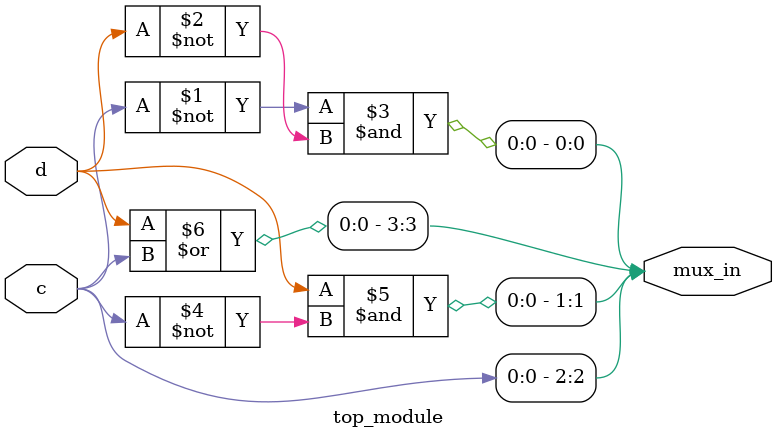
<source format=sv>
module top_module (
    input c,
    input d,
    output [3:0] mux_in
);

assign mux_in[0] = ~c & ~d;
assign mux_in[1] = d & ~c;
assign mux_in[2] = c;
assign mux_in[3] = d | c;

endmodule

</source>
